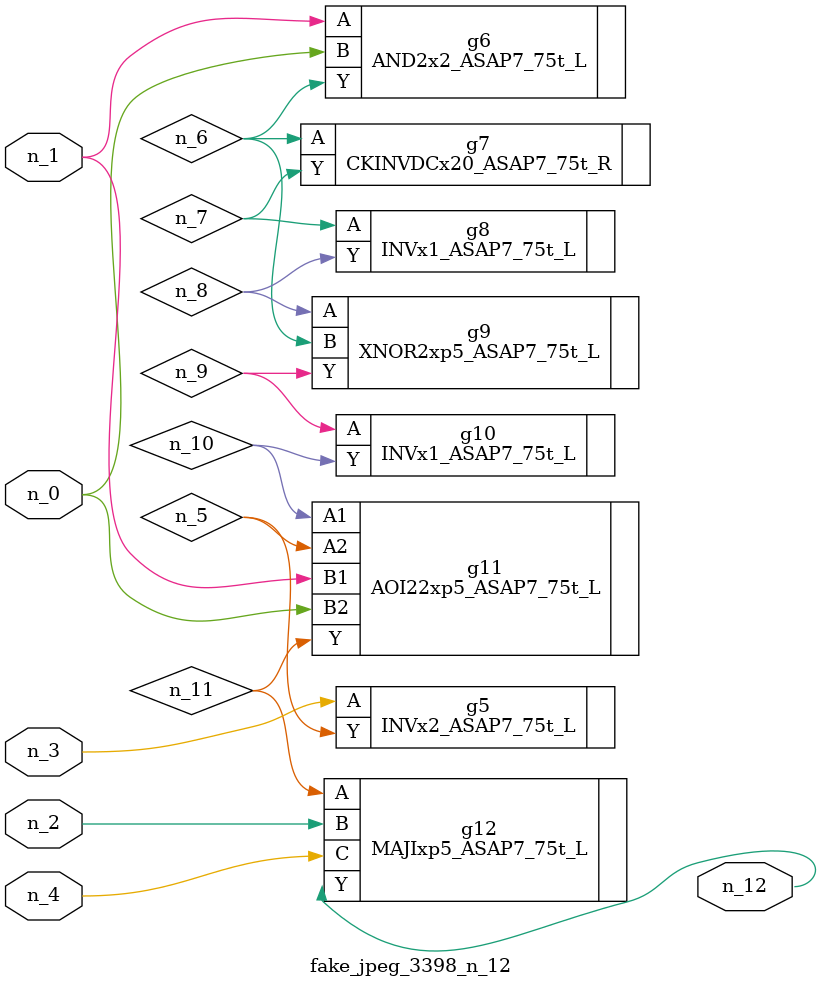
<source format=v>
module fake_jpeg_3398_n_12 (n_3, n_2, n_1, n_0, n_4, n_12);

input n_3;
input n_2;
input n_1;
input n_0;
input n_4;

output n_12;

wire n_11;
wire n_10;
wire n_8;
wire n_9;
wire n_6;
wire n_5;
wire n_7;

INVx2_ASAP7_75t_L g5 ( 
.A(n_3),
.Y(n_5)
);

AND2x2_ASAP7_75t_L g6 ( 
.A(n_1),
.B(n_0),
.Y(n_6)
);

CKINVDCx20_ASAP7_75t_R g7 ( 
.A(n_6),
.Y(n_7)
);

INVx1_ASAP7_75t_L g8 ( 
.A(n_7),
.Y(n_8)
);

XNOR2xp5_ASAP7_75t_L g9 ( 
.A(n_8),
.B(n_6),
.Y(n_9)
);

INVx1_ASAP7_75t_L g10 ( 
.A(n_9),
.Y(n_10)
);

AOI22xp5_ASAP7_75t_L g11 ( 
.A1(n_10),
.A2(n_5),
.B1(n_1),
.B2(n_0),
.Y(n_11)
);

MAJIxp5_ASAP7_75t_L g12 ( 
.A(n_11),
.B(n_2),
.C(n_4),
.Y(n_12)
);


endmodule
</source>
